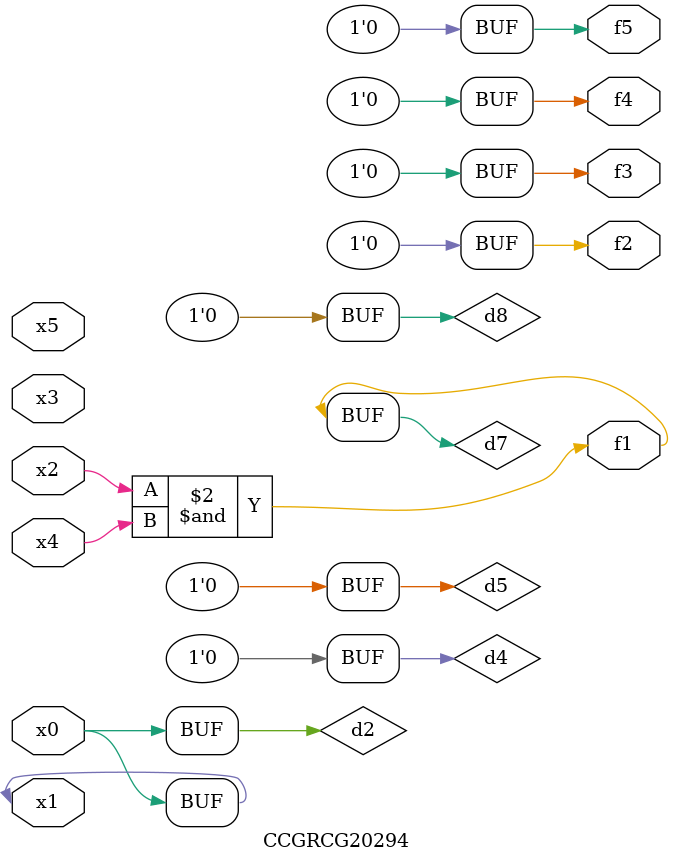
<source format=v>
module CCGRCG20294(
	input x0, x1, x2, x3, x4, x5,
	output f1, f2, f3, f4, f5
);

	wire d1, d2, d3, d4, d5, d6, d7, d8, d9;

	nand (d1, x1);
	buf (d2, x0, x1);
	nand (d3, x2, x4);
	and (d4, d1, d2);
	and (d5, d1, d2);
	nand (d6, d1, d3);
	not (d7, d3);
	xor (d8, d5);
	nor (d9, d5, d6);
	assign f1 = d7;
	assign f2 = d8;
	assign f3 = d8;
	assign f4 = d8;
	assign f5 = d8;
endmodule

</source>
